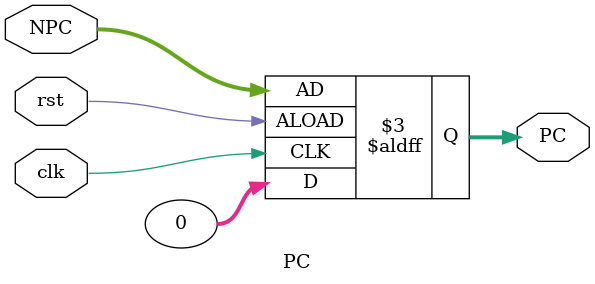
<source format=v>
module PC(clk,rst,PC,NPC);
    input clk;
    input rst;
    input [31:0] NPC; // Next Instruction Address
    output reg [31:0] PC; // current Instrcution Address

    always @(posedge clk or posedge rst) begin
        if (~rst) begin
            PC <= 32'h0000_0000;
        end
        else begin
            PC <= NPC;
            $write("PC: %h\n", NPC);
        end
    end
endmodule
</source>
